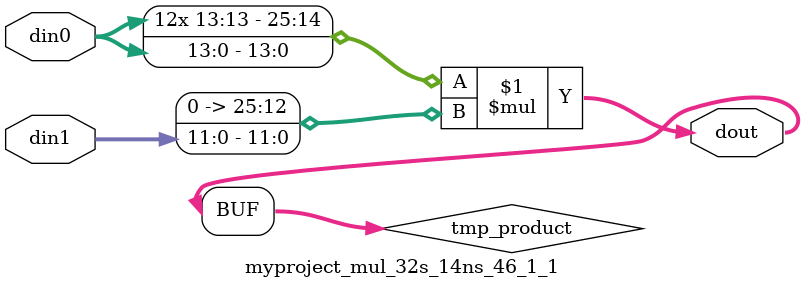
<source format=v>

`timescale 1 ns / 1 ps

  module myproject_mul_32s_14ns_46_1_1(din0, din1, dout);
parameter ID = 1;
parameter NUM_STAGE = 0;
parameter din0_WIDTH = 14;
parameter din1_WIDTH = 12;
parameter dout_WIDTH = 26;

input [din0_WIDTH - 1 : 0] din0; 
input [din1_WIDTH - 1 : 0] din1; 
output [dout_WIDTH - 1 : 0] dout;

wire signed [dout_WIDTH - 1 : 0] tmp_product;












assign tmp_product = $signed(din0) * $signed({1'b0, din1});









assign dout = tmp_product;







endmodule

</source>
